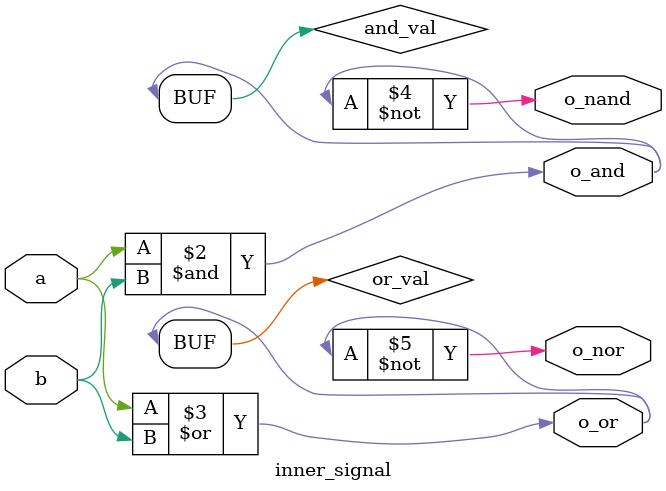
<source format=v>
module inner_signal (
    input  a,
    input  b,
    output reg o_and,
    output reg o_or,
    output reg o_nand,
    output reg o_nor
);
    reg and_val;
    reg or_val;

    always @(*) begin
        and_val = a & b;
        or_val  = a | b;

        o_and  = and_val;
        o_or   = or_val;
        o_nand = ~and_val;
        o_nor  = ~or_val;
    end
endmodule

</source>
